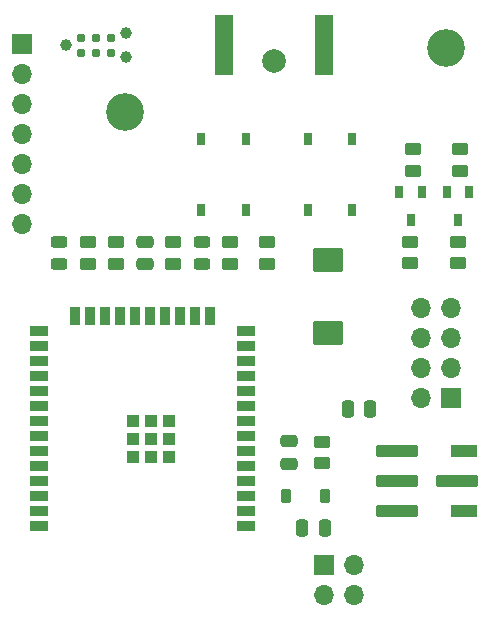
<source format=gts>
G04 #@! TF.GenerationSoftware,KiCad,Pcbnew,7.0.7*
G04 #@! TF.CreationDate,2023-10-13T16:37:57+02:00*
G04 #@! TF.ProjectId,ithowifi_4l,6974686f-7769-4666-995f-346c2e6b6963,rev?*
G04 #@! TF.SameCoordinates,Original*
G04 #@! TF.FileFunction,Soldermask,Top*
G04 #@! TF.FilePolarity,Negative*
%FSLAX46Y46*%
G04 Gerber Fmt 4.6, Leading zero omitted, Abs format (unit mm)*
G04 Created by KiCad (PCBNEW 7.0.7) date 2023-10-13 16:37:57*
%MOMM*%
%LPD*%
G01*
G04 APERTURE LIST*
G04 Aperture macros list*
%AMRoundRect*
0 Rectangle with rounded corners*
0 $1 Rounding radius*
0 $2 $3 $4 $5 $6 $7 $8 $9 X,Y pos of 4 corners*
0 Add a 4 corners polygon primitive as box body*
4,1,4,$2,$3,$4,$5,$6,$7,$8,$9,$2,$3,0*
0 Add four circle primitives for the rounded corners*
1,1,$1+$1,$2,$3*
1,1,$1+$1,$4,$5*
1,1,$1+$1,$6,$7*
1,1,$1+$1,$8,$9*
0 Add four rect primitives between the rounded corners*
20,1,$1+$1,$2,$3,$4,$5,0*
20,1,$1+$1,$4,$5,$6,$7,0*
20,1,$1+$1,$6,$7,$8,$9,0*
20,1,$1+$1,$8,$9,$2,$3,0*%
G04 Aperture macros list end*
%ADD10R,0.700000X1.000000*%
%ADD11RoundRect,0.250000X-0.450000X0.262500X-0.450000X-0.262500X0.450000X-0.262500X0.450000X0.262500X0*%
%ADD12R,1.700000X1.700000*%
%ADD13O,1.700000X1.700000*%
%ADD14R,1.500000X0.900000*%
%ADD15R,0.900000X1.500000*%
%ADD16R,1.050000X1.050000*%
%ADD17C,3.200000*%
%ADD18RoundRect,0.243750X0.456250X-0.243750X0.456250X0.243750X-0.456250X0.243750X-0.456250X-0.243750X0*%
%ADD19C,0.990600*%
%ADD20C,0.787400*%
%ADD21R,0.750000X1.000000*%
%ADD22RoundRect,0.250000X0.250000X0.475000X-0.250000X0.475000X-0.250000X-0.475000X0.250000X-0.475000X0*%
%ADD23RoundRect,0.250000X0.450000X-0.262500X0.450000X0.262500X-0.450000X0.262500X-0.450000X-0.262500X0*%
%ADD24RoundRect,0.250000X0.475000X-0.250000X0.475000X0.250000X-0.475000X0.250000X-0.475000X-0.250000X0*%
%ADD25RoundRect,0.250000X1.025000X-0.787500X1.025000X0.787500X-1.025000X0.787500X-1.025000X-0.787500X0*%
%ADD26RoundRect,0.250000X-0.250000X-0.475000X0.250000X-0.475000X0.250000X0.475000X-0.250000X0.475000X0*%
%ADD27RoundRect,0.225000X0.225000X0.375000X-0.225000X0.375000X-0.225000X-0.375000X0.225000X-0.375000X0*%
%ADD28C,2.000000*%
%ADD29RoundRect,0.105000X-1.655000X0.420000X-1.655000X-0.420000X1.655000X-0.420000X1.655000X0.420000X0*%
%ADD30RoundRect,0.105000X-1.005000X0.420000X-1.005000X-0.420000X1.005000X-0.420000X1.005000X0.420000X0*%
%ADD31R,1.500000X5.080000*%
G04 APERTURE END LIST*
D10*
X119608600Y-120339000D03*
X117708600Y-120339000D03*
X118658600Y-122739000D03*
D11*
X118872000Y-116711900D03*
X118872000Y-118536900D03*
D12*
X85725000Y-107797600D03*
D13*
X85725000Y-110337600D03*
X85725000Y-112877600D03*
X85725000Y-115417600D03*
X85725000Y-117957600D03*
X85725000Y-120497600D03*
X85725000Y-123037600D03*
D14*
X104727600Y-148613600D03*
X104727600Y-147343600D03*
X104727600Y-146073600D03*
X104727600Y-144803600D03*
X104727600Y-143533600D03*
X104727600Y-142263600D03*
X104727600Y-140993600D03*
X104727600Y-139723600D03*
X104727600Y-138453600D03*
X104727600Y-137183600D03*
X104727600Y-135913600D03*
X104727600Y-134643600D03*
X104727600Y-133373600D03*
X104727600Y-132103600D03*
D15*
X101697600Y-130853600D03*
X100427600Y-130853600D03*
X99157600Y-130853600D03*
X97887600Y-130853600D03*
X96617600Y-130853600D03*
X95347600Y-130853600D03*
X94077600Y-130853600D03*
X92807600Y-130853600D03*
X91537600Y-130853600D03*
X90267600Y-130853600D03*
D14*
X87227600Y-132103600D03*
X87227600Y-133373600D03*
X87227600Y-134643600D03*
X87227600Y-135913600D03*
X87227600Y-137183600D03*
X87227600Y-138453600D03*
X87227600Y-139723600D03*
X87227600Y-140993600D03*
X87227600Y-142263600D03*
X87227600Y-143533600D03*
X87227600Y-144803600D03*
X87227600Y-146073600D03*
X87227600Y-147343600D03*
X87227600Y-148613600D03*
D16*
X98182600Y-142798600D03*
X98182600Y-141273600D03*
X98182600Y-139748600D03*
X96657600Y-142798600D03*
X96657600Y-141273600D03*
X96657600Y-139748600D03*
X95132600Y-142798600D03*
X95132600Y-141273600D03*
X95132600Y-139748600D03*
D11*
X91313000Y-124588900D03*
X91313000Y-126413900D03*
X106536000Y-124597500D03*
X106536000Y-126422500D03*
X118618000Y-124548500D03*
X118618000Y-126373500D03*
D17*
X94488000Y-113538000D03*
D18*
X88900000Y-126438900D03*
X88900000Y-124563900D03*
D12*
X111292000Y-151928000D03*
D13*
X113832000Y-151928000D03*
X111292000Y-154468000D03*
X113832000Y-154468000D03*
D19*
X94576000Y-108917400D03*
X89496000Y-107901400D03*
X94576000Y-106885400D03*
D20*
X90766000Y-108536400D03*
X90766000Y-107266400D03*
X92036000Y-108536400D03*
X92036000Y-107266400D03*
X93306000Y-108536400D03*
X93306000Y-107266400D03*
D21*
X109925000Y-115872000D03*
X109925000Y-121872000D03*
X113675000Y-115872000D03*
X113675000Y-121872000D03*
D22*
X115250000Y-138684000D03*
X113350000Y-138684000D03*
D10*
X123606600Y-120339000D03*
X121706600Y-120339000D03*
X122656600Y-122739000D03*
D23*
X122859800Y-118536900D03*
X122859800Y-116711900D03*
D11*
X122682000Y-124548500D03*
X122682000Y-126373500D03*
D24*
X96139000Y-126451400D03*
X96139000Y-124551400D03*
D23*
X98552000Y-126428000D03*
X98552000Y-124603000D03*
D25*
X111632000Y-132308600D03*
X111632000Y-126083600D03*
D26*
X109486900Y-148751000D03*
X111386900Y-148751000D03*
D24*
X108377500Y-143351000D03*
X108377500Y-141451000D03*
D27*
X111425500Y-146084000D03*
X108125500Y-146084000D03*
D23*
X111171500Y-143290000D03*
X111171500Y-141465000D03*
D28*
X107100780Y-109251460D03*
D23*
X93726000Y-126413900D03*
X93726000Y-124588900D03*
X103378000Y-126428000D03*
X103378000Y-124603000D03*
D18*
X100965000Y-126453000D03*
X100965000Y-124578000D03*
D21*
X104675000Y-121872000D03*
X104675000Y-115872000D03*
X100925000Y-121872000D03*
X100925000Y-115872000D03*
D17*
X121630000Y-108120000D03*
D29*
X117475000Y-142240000D03*
X117475000Y-144780000D03*
X117475000Y-147320000D03*
D30*
X123205000Y-147320000D03*
D29*
X122555000Y-144780000D03*
D30*
X123205000Y-142240000D03*
D12*
X122047000Y-137795000D03*
D13*
X119507000Y-137795000D03*
X122047000Y-135255000D03*
X119507000Y-135255000D03*
X122047000Y-132715000D03*
X119507000Y-132715000D03*
X122047000Y-130175000D03*
X119507000Y-130175000D03*
D31*
X102850000Y-107848400D03*
X111350000Y-107848400D03*
M02*

</source>
